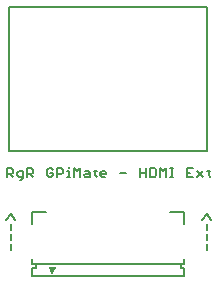
<source format=gto>
G04 EAGLE Gerber RS-274X export*
G75*
%MOMM*%
%FSLAX34Y34*%
%LPD*%
%INTop Silkscreen*%
%IPPOS*%
%AMOC8*
5,1,8,0,0,1.08239X$1,22.5*%
G01*
%ADD10C,0.177800*%
%ADD11C,0.203200*%
%ADD12C,0.127000*%

G36*
X32508Y-14D02*
X32508Y-14D01*
X32517Y-15D01*
X32615Y1D01*
X32715Y8D01*
X32747Y20D01*
X32782Y25D01*
X32789Y28D01*
X32798Y29D01*
X32888Y72D01*
X32981Y106D01*
X33009Y127D01*
X33041Y141D01*
X33047Y146D01*
X33055Y150D01*
X33130Y216D01*
X33210Y275D01*
X33229Y300D01*
X33258Y325D01*
X33263Y332D01*
X33269Y337D01*
X33342Y451D01*
X33377Y503D01*
X33408Y546D01*
X35408Y4546D01*
X35411Y4554D01*
X35416Y4561D01*
X35456Y4689D01*
X35498Y4816D01*
X35499Y4824D01*
X35501Y4832D01*
X35505Y4967D01*
X35510Y5100D01*
X35508Y5108D01*
X35509Y5116D01*
X35475Y5246D01*
X35443Y5376D01*
X35439Y5383D01*
X35437Y5391D01*
X35369Y5506D01*
X35302Y5623D01*
X35296Y5629D01*
X35292Y5636D01*
X35194Y5728D01*
X35098Y5821D01*
X35090Y5824D01*
X35084Y5830D01*
X34965Y5891D01*
X34847Y5954D01*
X34839Y5956D01*
X34831Y5960D01*
X34779Y5968D01*
X34569Y6013D01*
X34531Y6010D01*
X34500Y6015D01*
X30500Y6015D01*
X30492Y6014D01*
X30483Y6015D01*
X30351Y5994D01*
X30219Y5975D01*
X30211Y5972D01*
X30202Y5971D01*
X30081Y5914D01*
X29959Y5859D01*
X29953Y5854D01*
X29945Y5850D01*
X29844Y5762D01*
X29742Y5676D01*
X29737Y5668D01*
X29731Y5663D01*
X29659Y5550D01*
X29585Y5439D01*
X29582Y5431D01*
X29577Y5424D01*
X29539Y5295D01*
X29499Y5168D01*
X29499Y5159D01*
X29496Y5151D01*
X29495Y5017D01*
X29491Y4884D01*
X29494Y4875D01*
X29494Y4867D01*
X29509Y4816D01*
X29563Y4609D01*
X29583Y4576D01*
X29592Y4546D01*
X31592Y546D01*
X31649Y464D01*
X31698Y377D01*
X31704Y372D01*
X31708Y364D01*
X31734Y341D01*
X31753Y312D01*
X31831Y249D01*
X31902Y180D01*
X31910Y176D01*
X31916Y170D01*
X31947Y154D01*
X31973Y132D01*
X32065Y93D01*
X32153Y46D01*
X32161Y44D01*
X32169Y40D01*
X32199Y35D01*
X32235Y20D01*
X32334Y8D01*
X32431Y-13D01*
X32470Y-10D01*
X32500Y-15D01*
X32508Y-14D01*
G37*
D10*
X-5611Y81889D02*
X-5611Y89317D01*
X-1897Y89317D01*
X-659Y88079D01*
X-659Y85603D01*
X-1897Y84365D01*
X-5611Y84365D01*
X-3135Y84365D02*
X-659Y81889D01*
X5336Y79413D02*
X6574Y79413D01*
X7812Y80651D01*
X7812Y86841D01*
X4098Y86841D01*
X2860Y85603D01*
X2860Y83127D01*
X4098Y81889D01*
X7812Y81889D01*
X11331Y81889D02*
X11331Y89317D01*
X15046Y89317D01*
X16284Y88079D01*
X16284Y85603D01*
X15046Y84365D01*
X11331Y84365D01*
X13808Y84365D02*
X16284Y81889D01*
X31988Y89317D02*
X33226Y88079D01*
X31988Y89317D02*
X29512Y89317D01*
X28274Y88079D01*
X28274Y83127D01*
X29512Y81889D01*
X31988Y81889D01*
X33226Y83127D01*
X33226Y85603D01*
X30750Y85603D01*
X36745Y81889D02*
X36745Y89317D01*
X40459Y89317D01*
X41697Y88079D01*
X41697Y85603D01*
X40459Y84365D01*
X36745Y84365D01*
X45216Y86841D02*
X46454Y86841D01*
X46454Y81889D01*
X45216Y81889D02*
X47692Y81889D01*
X46454Y89317D02*
X46454Y90555D01*
X50864Y89317D02*
X50864Y81889D01*
X53340Y86841D02*
X50864Y89317D01*
X53340Y86841D02*
X55816Y89317D01*
X55816Y81889D01*
X60573Y86841D02*
X63049Y86841D01*
X64287Y85603D01*
X64287Y81889D01*
X60573Y81889D01*
X59335Y83127D01*
X60573Y84365D01*
X64287Y84365D01*
X69044Y83127D02*
X69044Y88079D01*
X69044Y83127D02*
X70282Y81889D01*
X70282Y86841D02*
X67806Y86841D01*
X74692Y81889D02*
X77168Y81889D01*
X74692Y81889D02*
X73454Y83127D01*
X73454Y85603D01*
X74692Y86841D01*
X77168Y86841D01*
X78406Y85603D01*
X78406Y84365D01*
X73454Y84365D01*
X90396Y85603D02*
X95348Y85603D01*
X107339Y81889D02*
X107339Y89317D01*
X107339Y85603D02*
X112291Y85603D01*
X112291Y89317D02*
X112291Y81889D01*
X115810Y81889D02*
X115810Y89317D01*
X115810Y81889D02*
X119524Y81889D01*
X120762Y83127D01*
X120762Y88079D01*
X119524Y89317D01*
X115810Y89317D01*
X124281Y89317D02*
X124281Y81889D01*
X126757Y86841D02*
X124281Y89317D01*
X126757Y86841D02*
X129233Y89317D01*
X129233Y81889D01*
X132752Y81889D02*
X135228Y81889D01*
X133990Y81889D02*
X133990Y89317D01*
X132752Y89317D02*
X135228Y89317D01*
X146871Y89317D02*
X151823Y89317D01*
X146871Y89317D02*
X146871Y81889D01*
X151823Y81889D01*
X149347Y85603D02*
X146871Y85603D01*
X155342Y86841D02*
X160294Y81889D01*
X155342Y81889D02*
X160294Y86841D01*
X165051Y88079D02*
X165051Y83127D01*
X166289Y81889D01*
X166289Y86841D02*
X163813Y86841D01*
X-2603Y24841D02*
X-2603Y19889D01*
X-2603Y28360D02*
X-2603Y33312D01*
X-2603Y36831D02*
X-2603Y41784D01*
X-6317Y45303D02*
X-2603Y50255D01*
X1111Y45303D01*
X163397Y24841D02*
X163397Y19889D01*
X163397Y28360D02*
X163397Y33312D01*
X163397Y36831D02*
X163397Y41784D01*
X159683Y45303D02*
X163397Y50255D01*
X167111Y45303D01*
D11*
X18500Y8000D02*
X15500Y8000D01*
X18500Y8000D02*
X18500Y5000D01*
X15500Y5000D01*
X15500Y-2000D01*
X144500Y-2000D02*
X144500Y5000D01*
X141500Y5000D01*
X141500Y8000D01*
X144500Y8000D01*
X141500Y8000D02*
X18500Y8000D01*
X15500Y-2000D02*
X144500Y-2000D01*
X15500Y42000D02*
X15500Y52000D01*
X27500Y52000D01*
X144500Y52000D02*
X144500Y42000D01*
X144500Y52000D02*
X132500Y52000D01*
X15500Y12000D02*
X15500Y8000D01*
X144500Y8000D02*
X144500Y12000D01*
D12*
X164000Y104000D02*
X-4000Y104000D01*
X-4000Y225500D01*
X164000Y225500D01*
X164000Y104000D01*
M02*

</source>
